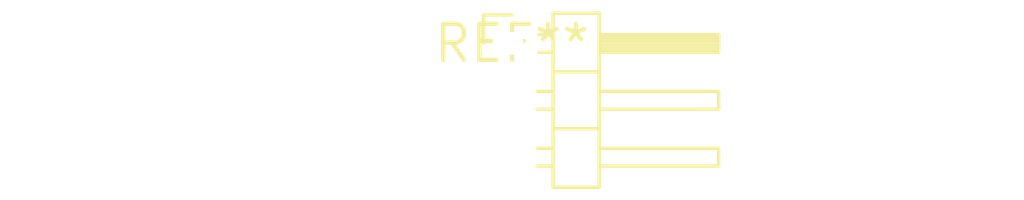
<source format=kicad_pcb>
(kicad_pcb (version 20240108) (generator pcbnew)
  (layers (0 "F.Cu" signal) (31 "B.Cu" signal) (34 "B.Paste" user) (35 "F.Paste" user) (36 "B.SilkS" user "B.Silkscreen") (37 "F.SilkS" user "F.Silkscreen") (38 "B.Mask" user) (39 "F.Mask" user) (44 "Edge.Cuts" user))
  (net 0 "")
  (footprint "PinHeader_1x03_P2.00mm_Horizontal" (layer "F.Cu") (at 0 0)
    (property "Reference" "REF**")
    (property "Value" "PinHeader_1x03_P2.00mm_Horizontal")
    (fp_line (start -1 -1) (end 0 -1) (layer "F.SilkS") (stroke (width 0.12)))
    (fp_line (start -1 0) (end -1 -1) (layer "F.SilkS") (stroke (width 0.12)))
    (fp_line (start 0.882114 1.69) (end 1.44 1.69) (layer "F.SilkS") (stroke (width 0.12)))
    (fp_line (start 0.882114 2.31) (end 1.44 2.31) (layer "F.SilkS") (stroke (width 0.12)))
    (fp_line (start 0.882114 3.69) (end 1.44 3.69) (layer "F.SilkS") (stroke (width 0.12)))
    (fp_line (start 0.882114 4.31) (end 1.44 4.31) (layer "F.SilkS") (stroke (width 0.12)))
    (fp_line (start 0.935 -0.31) (end 1.44 -0.31) (layer "F.SilkS") (stroke (width 0.12)))
    (fp_line (start 0.935 0.31) (end 1.44 0.31) (layer "F.SilkS") (stroke (width 0.12)))
    (fp_line (start 1.44 -1.06) (end 1.44 5.06) (layer "F.SilkS") (stroke (width 0.12)))
    (fp_line (start 1.44 1) (end 3.06 1) (layer "F.SilkS") (stroke (width 0.12)))
    (fp_line (start 1.44 3) (end 3.06 3) (layer "F.SilkS") (stroke (width 0.12)))
    (fp_line (start 1.44 5.06) (end 3.06 5.06) (layer "F.SilkS") (stroke (width 0.12)))
    (fp_line (start 3.06 -1.06) (end 1.44 -1.06) (layer "F.SilkS") (stroke (width 0.12)))
    (fp_line (start 3.06 -0.31) (end 7.26 -0.31) (layer "F.SilkS") (stroke (width 0.12)))
    (fp_line (start 3.06 -0.25) (end 7.26 -0.25) (layer "F.SilkS") (stroke (width 0.12)))
    (fp_line (start 3.06 -0.13) (end 7.26 -0.13) (layer "F.SilkS") (stroke (width 0.12)))
    (fp_line (start 3.06 -0.01) (end 7.26 -0.01) (layer "F.SilkS") (stroke (width 0.12)))
    (fp_line (start 3.06 0.11) (end 7.26 0.11) (layer "F.SilkS") (stroke (width 0.12)))
    (fp_line (start 3.06 0.23) (end 7.26 0.23) (layer "F.SilkS") (stroke (width 0.12)))
    (fp_line (start 3.06 1.69) (end 7.26 1.69) (layer "F.SilkS") (stroke (width 0.12)))
    (fp_line (start 3.06 3.69) (end 7.26 3.69) (layer "F.SilkS") (stroke (width 0.12)))
    (fp_line (start 3.06 5.06) (end 3.06 -1.06) (layer "F.SilkS") (stroke (width 0.12)))
    (fp_line (start 7.26 -0.31) (end 7.26 0.31) (layer "F.SilkS") (stroke (width 0.12)))
    (fp_line (start 7.26 0.31) (end 3.06 0.31) (layer "F.SilkS") (stroke (width 0.12)))
    (fp_line (start 7.26 1.69) (end 7.26 2.31) (layer "F.SilkS") (stroke (width 0.12)))
    (fp_line (start 7.26 2.31) (end 3.06 2.31) (layer "F.SilkS") (stroke (width 0.12)))
    (fp_line (start 7.26 3.69) (end 7.26 4.31) (layer "F.SilkS") (stroke (width 0.12)))
    (fp_line (start 7.26 4.31) (end 3.06 4.31) (layer "F.SilkS") (stroke (width 0.12)))
    (pad "1" thru_hole rect (at 0 0) (size 1.35 1.35) (drill 0.8) (layers *.Cu *.Mask) (remove_unused_layers))
    (pad "2" thru_hole oval (at 0 2) (size 1.35 1.35) (drill 0.8) (layers *.Cu *.Mask) (remove_unused_layers))
    (pad "3" thru_hole oval (at 0 4) (size 1.35 1.35) (drill 0.8) (layers *.Cu *.Mask) (remove_unused_layers))
  )
)
</source>
